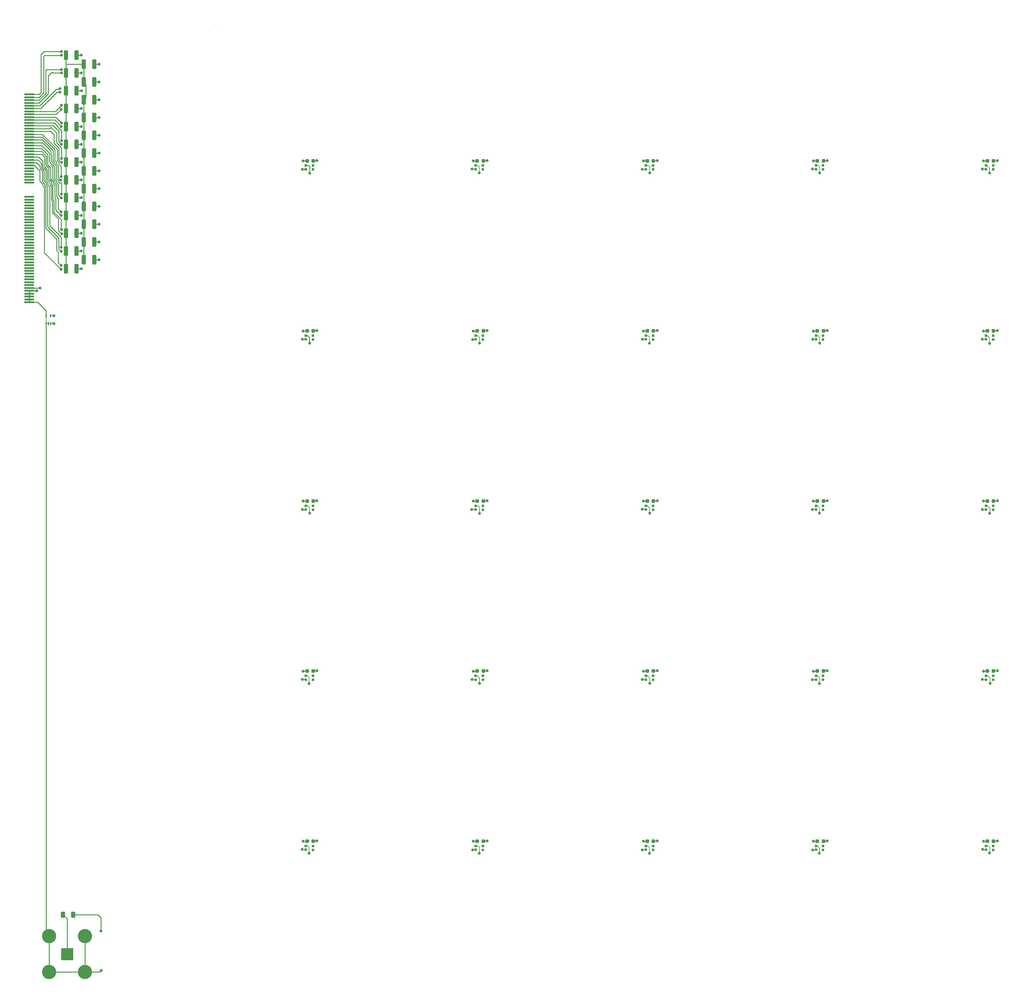
<source format=gbr>
%TF.GenerationSoftware,KiCad,Pcbnew,8.0.2-1*%
%TF.CreationDate,2024-06-03T17:46:58-04:00*%
%TF.ProjectId,Untitled,556e7469-746c-4656-942e-6b696361645f,rev?*%
%TF.SameCoordinates,Original*%
%TF.FileFunction,Copper,L1,Top*%
%TF.FilePolarity,Positive*%
%FSLAX46Y46*%
G04 Gerber Fmt 4.6, Leading zero omitted, Abs format (unit mm)*
G04 Created by KiCad (PCBNEW 8.0.2-1) date 2024-06-03 17:46:58*
%MOMM*%
%LPD*%
G01*
G04 APERTURE LIST*
G04 Aperture macros list*
%AMRoundRect*
0 Rectangle with rounded corners*
0 $1 Rounding radius*
0 $2 $3 $4 $5 $6 $7 $8 $9 X,Y pos of 4 corners*
0 Add a 4 corners polygon primitive as box body*
4,1,4,$2,$3,$4,$5,$6,$7,$8,$9,$2,$3,0*
0 Add four circle primitives for the rounded corners*
1,1,$1+$1,$2,$3*
1,1,$1+$1,$4,$5*
1,1,$1+$1,$6,$7*
1,1,$1+$1,$8,$9*
0 Add four rect primitives between the rounded corners*
20,1,$1+$1,$2,$3,$4,$5,0*
20,1,$1+$1,$4,$5,$6,$7,0*
20,1,$1+$1,$6,$7,$8,$9,0*
20,1,$1+$1,$8,$9,$2,$3,0*%
G04 Aperture macros list end*
%TA.AperFunction,SMDPad,CuDef*%
%ADD10RoundRect,0.237500X-0.287500X-0.237500X0.287500X-0.237500X0.287500X0.237500X-0.287500X0.237500X0*%
%TD*%
%TA.AperFunction,SMDPad,CuDef*%
%ADD11R,0.700000X0.700000*%
%TD*%
%TA.AperFunction,SMDPad,CuDef*%
%ADD12RoundRect,0.250000X-0.325000X-1.100000X0.325000X-1.100000X0.325000X1.100000X-0.325000X1.100000X0*%
%TD*%
%TA.AperFunction,ComponentPad*%
%ADD13R,3.500000X3.500000*%
%TD*%
%TA.AperFunction,ComponentPad*%
%ADD14C,4.000000*%
%TD*%
%TA.AperFunction,ConnectorPad*%
%ADD15R,2.800000X0.550000*%
%TD*%
%TA.AperFunction,SMDPad,CuDef*%
%ADD16RoundRect,0.250000X-0.312500X-0.625000X0.312500X-0.625000X0.312500X0.625000X-0.312500X0.625000X0*%
%TD*%
%TA.AperFunction,SMDPad,CuDef*%
%ADD17RoundRect,0.087500X-0.087500X-0.337500X0.087500X-0.337500X0.087500X0.337500X-0.087500X0.337500X0*%
%TD*%
%TA.AperFunction,ViaPad*%
%ADD18C,0.800000*%
%TD*%
%TA.AperFunction,Conductor*%
%ADD19C,0.250000*%
%TD*%
%TA.AperFunction,Conductor*%
%ADD20C,0.200000*%
%TD*%
G04 APERTURE END LIST*
D10*
%TO.P,REF\u002A\u002A21,1*%
%TO.N,N/C*%
X178275000Y-285665000D03*
D11*
X179902500Y-287000000D03*
%TO.P,REF\u002A\u002A21,2*%
X177877500Y-287000000D03*
D10*
X180025000Y-285665000D03*
D11*
%TO.P,REF\u002A\u002A21,3*%
X177877500Y-288050000D03*
%TO.P,REF\u002A\u002A21,4*%
X179902500Y-288100000D03*
%TD*%
D12*
%TO.P,10 nF,1*%
%TO.N,N/C*%
X62725000Y-89800000D03*
%TO.P,10 nF,2*%
X65675000Y-89800000D03*
%TD*%
%TO.P,10 nF,1*%
%TO.N,N/C*%
X62725000Y-104800000D03*
%TO.P,10 nF,2*%
X65675000Y-104800000D03*
%TD*%
D10*
%TO.P,REF\u002A\u002A20,1*%
%TO.N,N/C*%
X130475000Y-285665000D03*
D11*
X132102500Y-287000000D03*
%TO.P,REF\u002A\u002A20,2*%
X130077500Y-287000000D03*
D10*
X132225000Y-285665000D03*
D11*
%TO.P,REF\u002A\u002A20,3*%
X130077500Y-288050000D03*
%TO.P,REF\u002A\u002A20,4*%
X132102500Y-288100000D03*
%TD*%
D12*
%TO.P,10 nF,1*%
%TO.N,N/C*%
X62725000Y-109800000D03*
%TO.P,10 nF,2*%
X65675000Y-109800000D03*
%TD*%
%TO.P,10 nF,1*%
%TO.N,N/C*%
X62725000Y-99800000D03*
%TO.P,10 nF,2*%
X65675000Y-99800000D03*
%TD*%
%TO.P,10 nF,1*%
%TO.N,N/C*%
X62725000Y-124800000D03*
%TO.P,10 nF,2*%
X65675000Y-124800000D03*
%TD*%
D10*
%TO.P,REF\u002A\u002A5,1*%
%TO.N,N/C*%
X130475000Y-142265000D03*
D11*
X132102500Y-143600000D03*
%TO.P,REF\u002A\u002A5,2*%
X130077500Y-143600000D03*
D10*
X132225000Y-142265000D03*
D11*
%TO.P,REF\u002A\u002A5,3*%
X130077500Y-144650000D03*
%TO.P,REF\u002A\u002A5,4*%
X132102500Y-144700000D03*
%TD*%
D10*
%TO.P,REF\u002A\u002A3,1*%
%TO.N,N/C*%
X273875000Y-94465000D03*
D11*
X275502500Y-95800000D03*
%TO.P,REF\u002A\u002A3,2*%
X273477500Y-95800000D03*
D10*
X275625000Y-94465000D03*
D11*
%TO.P,REF\u002A\u002A3,3*%
X273477500Y-96850000D03*
%TO.P,REF\u002A\u002A3,4*%
X275502500Y-96900000D03*
%TD*%
D10*
%TO.P,REF\u002A\u002A4,1*%
%TO.N,N/C*%
X321675000Y-94465000D03*
D11*
X323302500Y-95800000D03*
%TO.P,REF\u002A\u002A4,2*%
X321277500Y-95800000D03*
D10*
X323425000Y-94465000D03*
D11*
%TO.P,REF\u002A\u002A4,3*%
X321277500Y-96850000D03*
%TO.P,REF\u002A\u002A4,4*%
X323302500Y-96900000D03*
%TD*%
D13*
%TO.P,LEDs,1*%
%TO.N,N/C*%
X63000000Y-317400000D03*
D14*
%TO.P,LEDs,2*%
X57975000Y-322425000D03*
X68025000Y-322425000D03*
X57975000Y-312375000D03*
X68025000Y-312375000D03*
%TD*%
D12*
%TO.P,10 nF,1*%
%TO.N,N/C*%
X67725000Y-102300000D03*
%TO.P,10 nF,2*%
X70675000Y-102300000D03*
%TD*%
%TO.P,10 nF,1*%
%TO.N,N/C*%
X67725000Y-122300000D03*
%TO.P,10 nF,2*%
X70675000Y-122300000D03*
%TD*%
D10*
%TO.P,REF\u002A\u002A2,1*%
%TO.N,N/C*%
X226075000Y-94465000D03*
D11*
X227702500Y-95800000D03*
%TO.P,REF\u002A\u002A2,2*%
X225677500Y-95800000D03*
D10*
X227825000Y-94465000D03*
D11*
%TO.P,REF\u002A\u002A2,3*%
X225677500Y-96850000D03*
%TO.P,REF\u002A\u002A2,4*%
X227702500Y-96900000D03*
%TD*%
D12*
%TO.P,10 nF,1*%
%TO.N,N/C*%
X62725000Y-119800000D03*
%TO.P,10 nF,2*%
X65675000Y-119800000D03*
%TD*%
D10*
%TO.P,REF\u002A\u002A19,1*%
%TO.N,N/C*%
X321675000Y-237865000D03*
D11*
X323302500Y-239200000D03*
%TO.P,REF\u002A\u002A19,2*%
X321277500Y-239200000D03*
D10*
X323425000Y-237865000D03*
D11*
%TO.P,REF\u002A\u002A19,3*%
X321277500Y-240250000D03*
%TO.P,REF\u002A\u002A19,4*%
X323302500Y-240300000D03*
%TD*%
D15*
%TO.P,REF\u002A\u002A,1*%
%TO.N,N/C*%
X52400000Y-75800000D03*
%TO.P,REF\u002A\u002A,3*%
X52400000Y-76600000D03*
%TO.P,REF\u002A\u002A,5*%
X52400000Y-77400000D03*
%TO.P,REF\u002A\u002A,7*%
X52400000Y-78200000D03*
%TO.P,REF\u002A\u002A,9*%
X52400000Y-79000000D03*
%TO.P,REF\u002A\u002A,11*%
X52400000Y-79800000D03*
%TO.P,REF\u002A\u002A,13*%
X52400000Y-80600000D03*
%TO.P,REF\u002A\u002A,15*%
X52400000Y-81400000D03*
%TO.P,REF\u002A\u002A,17*%
X52400000Y-82200000D03*
%TO.P,REF\u002A\u002A,19*%
X52400000Y-83000000D03*
%TO.P,REF\u002A\u002A,21*%
X52400000Y-83800000D03*
%TO.P,REF\u002A\u002A,23*%
X52400000Y-84600000D03*
%TO.P,REF\u002A\u002A,25*%
X52400000Y-85400000D03*
%TO.P,REF\u002A\u002A,27*%
X52400000Y-86200000D03*
%TO.P,REF\u002A\u002A,29*%
X52400000Y-87000000D03*
%TO.P,REF\u002A\u002A,31*%
X52400000Y-87800000D03*
%TO.P,REF\u002A\u002A,33*%
X52400000Y-88600000D03*
%TO.P,REF\u002A\u002A,35*%
X52400000Y-89400000D03*
%TO.P,REF\u002A\u002A,37*%
X52400000Y-90200000D03*
%TO.P,REF\u002A\u002A,39*%
X52400000Y-91000000D03*
%TO.P,REF\u002A\u002A,41*%
X52400000Y-91800000D03*
%TO.P,REF\u002A\u002A,43*%
X52400000Y-92600000D03*
%TO.P,REF\u002A\u002A,45*%
X52400000Y-93400000D03*
%TO.P,REF\u002A\u002A,47*%
X52400000Y-94200000D03*
%TO.P,REF\u002A\u002A,49*%
X52400000Y-95000000D03*
%TO.P,REF\u002A\u002A,51*%
X52400000Y-95800000D03*
%TO.P,REF\u002A\u002A,53*%
X52400000Y-96600000D03*
%TO.P,REF\u002A\u002A,55*%
X52400000Y-97400000D03*
%TO.P,REF\u002A\u002A,57*%
X52400000Y-98200000D03*
%TO.P,REF\u002A\u002A,59*%
X52400000Y-99000000D03*
%TO.P,REF\u002A\u002A,61*%
X52400000Y-99800000D03*
%TO.P,REF\u002A\u002A,63*%
X52400000Y-100600000D03*
%TO.P,REF\u002A\u002A,65*%
X52400000Y-104600000D03*
%TO.P,REF\u002A\u002A,67*%
X52400000Y-105400000D03*
%TO.P,REF\u002A\u002A,69*%
X52400000Y-106200000D03*
%TO.P,REF\u002A\u002A,71*%
X52400000Y-107000000D03*
%TO.P,REF\u002A\u002A,73*%
X52400000Y-107800000D03*
%TO.P,REF\u002A\u002A,75*%
X52400000Y-108600000D03*
%TO.P,REF\u002A\u002A,77*%
X52400000Y-109400000D03*
%TO.P,REF\u002A\u002A,79*%
X52400000Y-110200000D03*
%TO.P,REF\u002A\u002A,81*%
X52400000Y-111000000D03*
%TO.P,REF\u002A\u002A,83*%
X52400000Y-111800000D03*
%TO.P,REF\u002A\u002A,85*%
X52400000Y-112600000D03*
%TO.P,REF\u002A\u002A,87*%
X52400000Y-113400000D03*
%TO.P,REF\u002A\u002A,89*%
X52400000Y-114200000D03*
%TO.P,REF\u002A\u002A,91*%
X52400000Y-115000000D03*
%TO.P,REF\u002A\u002A,93*%
X52400000Y-115800000D03*
%TO.P,REF\u002A\u002A,95*%
X52400000Y-116600000D03*
%TO.P,REF\u002A\u002A,97*%
X52400000Y-117400000D03*
%TO.P,REF\u002A\u002A,99*%
X52400000Y-118200000D03*
%TO.P,REF\u002A\u002A,101*%
X52400000Y-119000000D03*
%TO.P,REF\u002A\u002A,103*%
X52400000Y-119800000D03*
%TO.P,REF\u002A\u002A,105*%
X52400000Y-120600000D03*
%TO.P,REF\u002A\u002A,107*%
X52400000Y-121400000D03*
%TO.P,REF\u002A\u002A,109*%
X52400000Y-122200000D03*
%TO.P,REF\u002A\u002A,111*%
X52400000Y-123000000D03*
%TO.P,REF\u002A\u002A,113*%
X52400000Y-123800000D03*
%TO.P,REF\u002A\u002A,115*%
X52400000Y-124600000D03*
%TO.P,REF\u002A\u002A,117*%
X52400000Y-125400000D03*
%TO.P,REF\u002A\u002A,119*%
X52400000Y-126200000D03*
%TO.P,REF\u002A\u002A,121*%
X52400000Y-127000000D03*
%TO.P,REF\u002A\u002A,123*%
X52400000Y-127800000D03*
%TO.P,REF\u002A\u002A,125*%
X52400000Y-128600000D03*
%TO.P,REF\u002A\u002A,127*%
X52400000Y-129400000D03*
%TO.P,REF\u002A\u002A,129*%
X52400000Y-130200000D03*
%TO.P,REF\u002A\u002A,131*%
X52400000Y-131000000D03*
%TO.P,REF\u002A\u002A,133*%
X52400000Y-131800000D03*
%TO.P,REF\u002A\u002A,135*%
X52400000Y-132600000D03*
%TO.P,REF\u002A\u002A,137*%
X52400000Y-133400000D03*
%TO.P,REF\u002A\u002A,139*%
X52400000Y-134200000D03*
%TD*%
D10*
%TO.P,REF\u002A\u002A7,1*%
%TO.N,N/C*%
X226075000Y-142265000D03*
D11*
X227702500Y-143600000D03*
%TO.P,REF\u002A\u002A7,2*%
X225677500Y-143600000D03*
D10*
X227825000Y-142265000D03*
D11*
%TO.P,REF\u002A\u002A7,3*%
X225677500Y-144650000D03*
%TO.P,REF\u002A\u002A7,4*%
X227702500Y-144700000D03*
%TD*%
D12*
%TO.P,10 nF,1*%
%TO.N,N/C*%
X67725000Y-72300000D03*
%TO.P,10 nF,2*%
X70675000Y-72300000D03*
%TD*%
%TO.P,10 nF,1*%
%TO.N,N/C*%
X67725000Y-82300000D03*
%TO.P,10 nF,2*%
X70675000Y-82300000D03*
%TD*%
%TO.P,10 nF,1*%
%TO.N,N/C*%
X67725000Y-107300000D03*
%TO.P,10 nF,2*%
X70675000Y-107300000D03*
%TD*%
%TO.P,10 nF,1*%
%TO.N,N/C*%
X67725000Y-117300000D03*
%TO.P,10 nF,2*%
X70675000Y-117300000D03*
%TD*%
D10*
%TO.P,REF\u002A\u002A8,1*%
%TO.N,N/C*%
X273875000Y-142265000D03*
D11*
X275502500Y-143600000D03*
%TO.P,REF\u002A\u002A8,2*%
X273477500Y-143600000D03*
D10*
X275625000Y-142265000D03*
D11*
%TO.P,REF\u002A\u002A8,3*%
X273477500Y-144650000D03*
%TO.P,REF\u002A\u002A8,4*%
X275502500Y-144700000D03*
%TD*%
D12*
%TO.P,10 nF,1*%
%TO.N,N/C*%
X67725000Y-92300000D03*
%TO.P,10 nF,2*%
X70675000Y-92300000D03*
%TD*%
D10*
%TO.P,REF\u002A\u002A14,1*%
%TO.N,N/C*%
X321675000Y-190065000D03*
D11*
X323302500Y-191400000D03*
%TO.P,REF\u002A\u002A14,2*%
X321277500Y-191400000D03*
D10*
X323425000Y-190065000D03*
D11*
%TO.P,REF\u002A\u002A14,3*%
X321277500Y-192450000D03*
%TO.P,REF\u002A\u002A14,4*%
X323302500Y-192500000D03*
%TD*%
D10*
%TO.P,REF\u002A\u002A23,1*%
%TO.N,N/C*%
X273875000Y-285665000D03*
D11*
X275502500Y-287000000D03*
%TO.P,REF\u002A\u002A23,2*%
X273477500Y-287000000D03*
D10*
X275625000Y-285665000D03*
D11*
%TO.P,REF\u002A\u002A23,3*%
X273477500Y-288050000D03*
%TO.P,REF\u002A\u002A23,4*%
X275502500Y-288100000D03*
%TD*%
D10*
%TO.P,REF\u002A\u002A24,1*%
%TO.N,N/C*%
X321675000Y-285665000D03*
D11*
X323302500Y-287000000D03*
%TO.P,REF\u002A\u002A24,2*%
X321277500Y-287000000D03*
D10*
X323425000Y-285665000D03*
D11*
%TO.P,REF\u002A\u002A24,3*%
X321277500Y-288050000D03*
%TO.P,REF\u002A\u002A24,4*%
X323302500Y-288100000D03*
%TD*%
D10*
%TO.P,REF\u002A\u002A16,1*%
%TO.N,N/C*%
X178275000Y-237865000D03*
D11*
X179902500Y-239200000D03*
%TO.P,REF\u002A\u002A16,2*%
X177877500Y-239200000D03*
D10*
X180025000Y-237865000D03*
D11*
%TO.P,REF\u002A\u002A16,3*%
X177877500Y-240250000D03*
%TO.P,REF\u002A\u002A16,4*%
X179902500Y-240300000D03*
%TD*%
D12*
%TO.P,10 nF,1*%
%TO.N,N/C*%
X62725000Y-84800000D03*
%TO.P,10 nF,2*%
X65675000Y-84800000D03*
%TD*%
D10*
%TO.P,REF\u002A\u002A10,1*%
%TO.N,N/C*%
X130475000Y-190065000D03*
D11*
X132102500Y-191400000D03*
%TO.P,REF\u002A\u002A10,2*%
X130077500Y-191400000D03*
D10*
X132225000Y-190065000D03*
D11*
%TO.P,REF\u002A\u002A10,3*%
X130077500Y-192450000D03*
%TO.P,REF\u002A\u002A10,4*%
X132102500Y-192500000D03*
%TD*%
D10*
%TO.P,REF\u002A\u002A6,1*%
%TO.N,N/C*%
X178275000Y-142265000D03*
D11*
X179902500Y-143600000D03*
%TO.P,REF\u002A\u002A6,2*%
X177877500Y-143600000D03*
D10*
X180025000Y-142265000D03*
D11*
%TO.P,REF\u002A\u002A6,3*%
X177877500Y-144650000D03*
%TO.P,REF\u002A\u002A6,4*%
X179902500Y-144700000D03*
%TD*%
D12*
%TO.P,10 nF,1*%
%TO.N,N/C*%
X67725000Y-87300000D03*
%TO.P,10 nF,2*%
X70675000Y-87300000D03*
%TD*%
D10*
%TO.P,REF\u002A\u002A17,1*%
%TO.N,N/C*%
X226075000Y-237865000D03*
D11*
X227702500Y-239200000D03*
%TO.P,REF\u002A\u002A17,2*%
X225677500Y-239200000D03*
D10*
X227825000Y-237865000D03*
D11*
%TO.P,REF\u002A\u002A17,3*%
X225677500Y-240250000D03*
%TO.P,REF\u002A\u002A17,4*%
X227702500Y-240300000D03*
%TD*%
D12*
%TO.P,10 nF,1*%
%TO.N,N/C*%
X62725000Y-69800000D03*
%TO.P,10 nF,2*%
X65675000Y-69800000D03*
%TD*%
%TO.P,10 nF,1*%
%TO.N,N/C*%
X62725000Y-114800000D03*
%TO.P,10 nF,2*%
X65675000Y-114800000D03*
%TD*%
%TO.P,10 nF,1*%
%TO.N,N/C*%
X67725000Y-77300000D03*
%TO.P,10 nF,2*%
X70675000Y-77300000D03*
%TD*%
%TO.P,10 nF,1*%
%TO.N,N/C*%
X67725000Y-97300000D03*
%TO.P,10 nF,2*%
X70675000Y-97300000D03*
%TD*%
D10*
%TO.P,REF\u002A\u002A12,1*%
%TO.N,N/C*%
X226075000Y-190065000D03*
D11*
X227702500Y-191400000D03*
%TO.P,REF\u002A\u002A12,2*%
X225677500Y-191400000D03*
D10*
X227825000Y-190065000D03*
D11*
%TO.P,REF\u002A\u002A12,3*%
X225677500Y-192450000D03*
%TO.P,REF\u002A\u002A12,4*%
X227702500Y-192500000D03*
%TD*%
D12*
%TO.P,10 nF,1*%
%TO.N,N/C*%
X62725000Y-64800000D03*
%TO.P,10 nF,2*%
X65675000Y-64800000D03*
%TD*%
D10*
%TO.P,REF\u002A\u002A22,1*%
%TO.N,N/C*%
X226075000Y-285665000D03*
D11*
X227702500Y-287000000D03*
%TO.P,REF\u002A\u002A22,2*%
X225677500Y-287000000D03*
D10*
X227825000Y-285665000D03*
D11*
%TO.P,REF\u002A\u002A22,3*%
X225677500Y-288050000D03*
%TO.P,REF\u002A\u002A22,4*%
X227702500Y-288100000D03*
%TD*%
D12*
%TO.P,10 nF,1*%
%TO.N,N/C*%
X62725000Y-79800000D03*
%TO.P,10 nF,2*%
X65675000Y-79800000D03*
%TD*%
%TO.P,10 nF,1*%
%TO.N,N/C*%
X67725000Y-112300000D03*
%TO.P,10 nF,2*%
X70675000Y-112300000D03*
%TD*%
%TO.P,10 nF,1*%
%TO.N,N/C*%
X67725000Y-67300000D03*
%TO.P,10 nF,2*%
X70675000Y-67300000D03*
%TD*%
D10*
%TO.P,REF\u002A\u002A15,1*%
%TO.N,N/C*%
X130475000Y-237865000D03*
D11*
X132102500Y-239200000D03*
%TO.P,REF\u002A\u002A15,2*%
X130077500Y-239200000D03*
D10*
X132225000Y-237865000D03*
D11*
%TO.P,REF\u002A\u002A15,3*%
X130077500Y-240250000D03*
%TO.P,REF\u002A\u002A15,4*%
X132102500Y-240300000D03*
%TD*%
D12*
%TO.P,10 nF,1*%
%TO.N,N/C*%
X62725000Y-74800000D03*
%TO.P,10 nF,2*%
X65675000Y-74800000D03*
%TD*%
D16*
%TO.P,50 \u03A9,1*%
%TO.N,N/C*%
X61837500Y-306300000D03*
%TO.P,50 \u03A9,2*%
X64762500Y-306300000D03*
%TD*%
D12*
%TO.P,10 nF,1*%
%TO.N,N/C*%
X62725000Y-94800000D03*
%TO.P,10 nF,2*%
X65675000Y-94800000D03*
%TD*%
D10*
%TO.P,REF\u002A\u002A9,1*%
%TO.N,N/C*%
X321675000Y-142265000D03*
D11*
X323302500Y-143600000D03*
%TO.P,REF\u002A\u002A9,2*%
X321277500Y-143600000D03*
D10*
X323425000Y-142265000D03*
D11*
%TO.P,REF\u002A\u002A9,3*%
X321277500Y-144650000D03*
%TO.P,REF\u002A\u002A9,4*%
X323302500Y-144700000D03*
%TD*%
D10*
%TO.P,REF\u002A\u002A13,1*%
%TO.N,N/C*%
X273875000Y-190065000D03*
D11*
X275502500Y-191400000D03*
%TO.P,REF\u002A\u002A13,2*%
X273477500Y-191400000D03*
D10*
X275625000Y-190065000D03*
D11*
%TO.P,REF\u002A\u002A13,3*%
X273477500Y-192450000D03*
%TO.P,REF\u002A\u002A13,4*%
X275502500Y-192500000D03*
%TD*%
D17*
%TO.P,Temp1,1*%
%TO.N,N/C*%
X57100000Y-140200000D03*
%TO.P,Temp1,2*%
X57750000Y-140200000D03*
%TO.P,Temp1,3*%
X58400000Y-140200000D03*
%TO.P,Temp1,4*%
X58400000Y-138000000D03*
%TO.P,Temp1,5*%
X57100000Y-138000000D03*
%TD*%
D10*
%TO.P,REF\u002A\u002A1,1*%
%TO.N,N/C*%
X178275000Y-94465000D03*
D11*
X179902500Y-95800000D03*
%TO.P,REF\u002A\u002A1,2*%
X177877500Y-95800000D03*
D10*
X180025000Y-94465000D03*
D11*
%TO.P,REF\u002A\u002A1,3*%
X177877500Y-96850000D03*
%TO.P,REF\u002A\u002A1,4*%
X179902500Y-96900000D03*
%TD*%
D10*
%TO.P,REF\u002A\u002A18,1*%
%TO.N,N/C*%
X273875000Y-237865000D03*
D11*
X275502500Y-239200000D03*
%TO.P,REF\u002A\u002A18,2*%
X273477500Y-239200000D03*
D10*
X275625000Y-237865000D03*
D11*
%TO.P,REF\u002A\u002A18,3*%
X273477500Y-240250000D03*
%TO.P,REF\u002A\u002A18,4*%
X275502500Y-240300000D03*
%TD*%
D10*
%TO.P,REF\u002A\u002A,1*%
%TO.N,N/C*%
X130475000Y-94465000D03*
D11*
X132102500Y-95800000D03*
%TO.P,REF\u002A\u002A,2*%
X130077500Y-95800000D03*
D10*
X132225000Y-94465000D03*
D11*
%TO.P,REF\u002A\u002A,3*%
X130077500Y-96850000D03*
%TO.P,REF\u002A\u002A,4*%
X132102500Y-96900000D03*
%TD*%
D10*
%TO.P,REF\u002A\u002A11,1*%
%TO.N,N/C*%
X178275000Y-190065000D03*
D11*
X179902500Y-191400000D03*
%TO.P,REF\u002A\u002A11,2*%
X177877500Y-191400000D03*
D10*
X180025000Y-190065000D03*
D11*
%TO.P,REF\u002A\u002A11,3*%
X177877500Y-192450000D03*
%TO.P,REF\u002A\u002A11,4*%
X179902500Y-192500000D03*
%TD*%
D18*
%TO.N,*%
X67000000Y-119800000D03*
X178860000Y-289090000D03*
X59300000Y-140200000D03*
X67000000Y-89800000D03*
X272560000Y-144590000D03*
X276660000Y-142190000D03*
X178960000Y-193590000D03*
X228860000Y-237790000D03*
X324460000Y-94390000D03*
X177160000Y-190090000D03*
X228860000Y-94390000D03*
X129160000Y-192490000D03*
X224760000Y-144590000D03*
X67000000Y-114800000D03*
X226660000Y-289090000D03*
X67000000Y-69800000D03*
X129160000Y-240190000D03*
X320560000Y-285690000D03*
X129360000Y-237890000D03*
X272460000Y-192490000D03*
X320360000Y-287990000D03*
X133260000Y-189990000D03*
X178860000Y-97890000D03*
X224960000Y-142290000D03*
X61300000Y-123900000D03*
X72500000Y-310900000D03*
X178960000Y-145690000D03*
X129360000Y-190090000D03*
X61400000Y-63800000D03*
X129360000Y-285690000D03*
X72000000Y-112300000D03*
X72000000Y-122300000D03*
X72000000Y-102300000D03*
X272760000Y-142290000D03*
X322260000Y-288990000D03*
X67000000Y-94800000D03*
X67000000Y-99800000D03*
X129160000Y-96890000D03*
X177160000Y-142290000D03*
X176960000Y-288090000D03*
X224660000Y-288090000D03*
X129160000Y-144590000D03*
X224960000Y-237890000D03*
X272760000Y-237890000D03*
X176860000Y-96790000D03*
X131160000Y-145690000D03*
X131160000Y-193490000D03*
X177160000Y-94490000D03*
X133260000Y-94390000D03*
X226760000Y-193490000D03*
X224960000Y-94490000D03*
X324460000Y-285590000D03*
X61400000Y-88800000D03*
X320560000Y-190090000D03*
X61400000Y-64800000D03*
X272460000Y-96790000D03*
X54500000Y-131000000D03*
X177160000Y-285690000D03*
X322260000Y-193590000D03*
X67000000Y-109800000D03*
X61300000Y-80000000D03*
X131160000Y-97990000D03*
X324460000Y-237790000D03*
X272760000Y-190090000D03*
X181060000Y-285590000D03*
X133260000Y-285590000D03*
X67100000Y-74800000D03*
X72000000Y-87300000D03*
X61400000Y-94900000D03*
X61300000Y-108800000D03*
X131060000Y-289090000D03*
X226660000Y-145690000D03*
X61300000Y-118800000D03*
X320260000Y-240190000D03*
X274460000Y-289090000D03*
X276660000Y-285590000D03*
X61300000Y-125000000D03*
X272460000Y-240290000D03*
X224660000Y-240190000D03*
X176860000Y-240190000D03*
X224660000Y-192390000D03*
X61300000Y-119900000D03*
X72000000Y-117300000D03*
X61300000Y-98900000D03*
X72600000Y-322000000D03*
X228860000Y-142190000D03*
X176960000Y-144690000D03*
X320560000Y-94490000D03*
X178960000Y-241290000D03*
X320260000Y-96790000D03*
X324460000Y-142190000D03*
X181060000Y-237790000D03*
X72000000Y-67300000D03*
X181060000Y-94390000D03*
X177160000Y-237890000D03*
X61200000Y-99900000D03*
X61400000Y-89800000D03*
X322260000Y-97890000D03*
X226760000Y-97890000D03*
X129060000Y-287990000D03*
X72000000Y-92300000D03*
X133260000Y-142190000D03*
X67000000Y-64800000D03*
X67000000Y-104800000D03*
X176760000Y-192490000D03*
X324460000Y-189990000D03*
X72000000Y-77300000D03*
X61300000Y-109800000D03*
X61400000Y-69800000D03*
X274560000Y-97890000D03*
X129360000Y-142290000D03*
X276660000Y-94390000D03*
X276660000Y-237790000D03*
X61000000Y-74200000D03*
X61000000Y-75200000D03*
X322460000Y-241290000D03*
X61400000Y-78800000D03*
X61400000Y-93800000D03*
X59300000Y-138000000D03*
X72000000Y-97300000D03*
X61400000Y-103800000D03*
X131060000Y-241390000D03*
X181060000Y-189990000D03*
X181060000Y-142190000D03*
X61400000Y-104900000D03*
X320560000Y-142290000D03*
X272760000Y-94490000D03*
X228860000Y-285590000D03*
X133260000Y-237790000D03*
X61400000Y-83800000D03*
X67000000Y-84800000D03*
X274460000Y-241390000D03*
X224960000Y-285690000D03*
X226760000Y-241290000D03*
X276660000Y-189990000D03*
X72000000Y-72300000D03*
X61500000Y-115000000D03*
X129360000Y-94490000D03*
X61400000Y-68800000D03*
X67000000Y-124800000D03*
X272560000Y-288090000D03*
X228860000Y-189990000D03*
X320260000Y-192490000D03*
X272760000Y-285690000D03*
X55400000Y-130200000D03*
X274460000Y-193490000D03*
X224960000Y-190090000D03*
X72000000Y-82300000D03*
X61400000Y-113800000D03*
X72000000Y-107300000D03*
X67000000Y-79800000D03*
X224660000Y-96890000D03*
X320260000Y-144590000D03*
X322260000Y-145790000D03*
X320560000Y-237890000D03*
X274560000Y-145690000D03*
X61300000Y-84800000D03*
%TD*%
D19*
%TO.N,*%
X68025000Y-322425000D02*
X68025000Y-312375000D01*
X57975000Y-322425000D02*
X68025000Y-322425000D01*
X57975000Y-312375000D02*
X57975000Y-322425000D01*
X56000000Y-90300000D02*
X55600000Y-90300000D01*
X60100000Y-119700000D02*
X60100000Y-116500000D01*
D20*
X225677500Y-288050000D02*
X224700000Y-288050000D01*
D19*
X61400000Y-78800000D02*
X61500000Y-78800000D01*
X61400000Y-93800000D02*
X61400000Y-91100000D01*
D20*
X225617500Y-192390000D02*
X225677500Y-192450000D01*
X176920000Y-240250000D02*
X176860000Y-240190000D01*
D19*
X58200000Y-85400000D02*
X52400000Y-85400000D01*
X55700000Y-75300000D02*
X55200000Y-75800000D01*
X65675000Y-119800000D02*
X67000000Y-119800000D01*
D20*
X178570000Y-191400000D02*
X178960000Y-191790000D01*
D19*
X61300000Y-109800000D02*
X59800000Y-108300000D01*
X60800000Y-74300000D02*
X60900000Y-74200000D01*
X57000000Y-75600000D02*
X55200000Y-77400000D01*
D20*
X57100000Y-138950000D02*
X57100000Y-140000000D01*
D19*
X61400000Y-91100000D02*
X61350000Y-91050000D01*
X57100000Y-311500000D02*
X57975000Y-312375000D01*
X60400000Y-85000000D02*
X61400000Y-86000000D01*
X60800000Y-100700000D02*
X61400000Y-100700000D01*
D20*
X275625000Y-237865000D02*
X276585000Y-237865000D01*
D19*
X68300000Y-72875000D02*
X67725000Y-72300000D01*
X57500000Y-101800000D02*
X57200000Y-101500000D01*
X55800000Y-96500000D02*
X55800000Y-95200000D01*
X60500000Y-108000000D02*
X60500000Y-105000000D01*
D20*
X321217500Y-96790000D02*
X321277500Y-96850000D01*
D19*
X57700000Y-70600000D02*
X58700000Y-69600000D01*
X56500000Y-63800000D02*
X55700000Y-64600000D01*
D20*
X320260000Y-144590000D02*
X321217500Y-144590000D01*
X322260000Y-144290000D02*
X322260000Y-145790000D01*
D19*
X60900000Y-75100000D02*
X61000000Y-75200000D01*
X61300000Y-80100000D02*
X61300000Y-80000000D01*
D20*
X224660000Y-96890000D02*
X225637500Y-96890000D01*
D19*
X59400000Y-83800000D02*
X60400000Y-84800000D01*
X58500000Y-91700000D02*
X58500000Y-92700000D01*
X272760000Y-237890000D02*
X273850000Y-237890000D01*
X62825000Y-67300000D02*
X62725000Y-67200000D01*
X72000000Y-82300000D02*
X72100000Y-82300000D01*
X72000000Y-97300000D02*
X72100000Y-97300000D01*
X70675000Y-102300000D02*
X72000000Y-102300000D01*
X61350000Y-91050000D02*
X61350000Y-90700000D01*
D20*
X178470000Y-95800000D02*
X178860000Y-96190000D01*
D19*
X131130000Y-144090000D02*
X131130000Y-145660000D01*
D20*
X274560000Y-144090000D02*
X274560000Y-145690000D01*
X272560000Y-288090000D02*
X273437500Y-288090000D01*
X226470000Y-95800000D02*
X226760000Y-96090000D01*
X130077500Y-287000000D02*
X130770000Y-287000000D01*
X178960000Y-287390000D02*
X178960000Y-288990000D01*
D19*
X60050000Y-89400000D02*
X60050000Y-86650000D01*
D20*
X180025000Y-142265000D02*
X180985000Y-142265000D01*
X130770000Y-287000000D02*
X131060000Y-287290000D01*
D19*
X60000000Y-95950000D02*
X60000000Y-99400000D01*
D20*
X130037500Y-192490000D02*
X130077500Y-192450000D01*
X321237500Y-192490000D02*
X321277500Y-192450000D01*
D19*
X177160000Y-94490000D02*
X178250000Y-94490000D01*
X60600000Y-110800000D02*
X58850000Y-109050000D01*
X52400000Y-82200000D02*
X59800000Y-82200000D01*
D20*
X225677500Y-240250000D02*
X224720000Y-240250000D01*
X274560000Y-239890000D02*
X274560000Y-241290000D01*
D19*
X58050000Y-94800000D02*
X58050000Y-92350000D01*
X63000000Y-307462500D02*
X61837500Y-306300000D01*
D20*
X225677500Y-143600000D02*
X226270000Y-143600000D01*
X130570000Y-191400000D02*
X130077500Y-191400000D01*
X226760000Y-192090000D02*
X226760000Y-193490000D01*
D19*
X52400000Y-78200000D02*
X55100000Y-78200000D01*
X61300000Y-64900000D02*
X61400000Y-64800000D01*
X70675000Y-77300000D02*
X72000000Y-77300000D01*
X61300000Y-115900000D02*
X61300000Y-118800000D01*
X65675000Y-124800000D02*
X67000000Y-124800000D01*
D20*
X132225000Y-142265000D02*
X133185000Y-142265000D01*
D19*
X60700000Y-116200000D02*
X57500000Y-113000000D01*
X59575000Y-100225000D02*
X58950000Y-99600000D01*
X55300000Y-97300000D02*
X53800000Y-95800000D01*
D20*
X321277500Y-95800000D02*
X321570000Y-95800000D01*
X227825000Y-142265000D02*
X228785000Y-142265000D01*
X129160000Y-192490000D02*
X130037500Y-192490000D01*
X273870000Y-287000000D02*
X274560000Y-287690000D01*
D19*
X55300000Y-79000000D02*
X60000000Y-74300000D01*
X61300000Y-125000000D02*
X56600000Y-120300000D01*
X62725000Y-67200000D02*
X62725000Y-69800000D01*
X61350000Y-90700000D02*
X60050000Y-89400000D01*
X60000000Y-74300000D02*
X60800000Y-74300000D01*
X54751777Y-134200000D02*
X57100000Y-136548223D01*
X59150000Y-100350000D02*
X58400000Y-99600000D01*
X70675000Y-67300000D02*
X72000000Y-67300000D01*
D20*
X274560000Y-288990000D02*
X274460000Y-289090000D01*
D19*
X58600000Y-105400000D02*
X58600000Y-101650000D01*
X55000000Y-93400000D02*
X56200000Y-94600000D01*
X59050000Y-94400000D02*
X59475000Y-94825000D01*
X72000000Y-122300000D02*
X72100000Y-122300000D01*
X61300000Y-80000000D02*
X61400000Y-80000000D01*
X61400000Y-80000000D02*
X61300000Y-80100000D01*
X57550000Y-92750000D02*
X55800000Y-91000000D01*
D20*
X322360000Y-288890000D02*
X322260000Y-288990000D01*
D19*
X61500000Y-101500000D02*
X61400000Y-101600000D01*
X272760000Y-142290000D02*
X273850000Y-142290000D01*
D20*
X321277500Y-239200000D02*
X321770000Y-239200000D01*
X130017500Y-144590000D02*
X130077500Y-144650000D01*
D19*
X65675000Y-94800000D02*
X67000000Y-94800000D01*
X65675000Y-114800000D02*
X67000000Y-114800000D01*
X55400000Y-130200000D02*
X55500000Y-130200000D01*
D20*
X321277500Y-143600000D02*
X321570000Y-143600000D01*
X58400000Y-137950000D02*
X59000000Y-137950000D01*
X226760000Y-239890000D02*
X226760000Y-241290000D01*
D19*
X55100000Y-78200000D02*
X57700000Y-75600000D01*
D20*
X132225000Y-285665000D02*
X133185000Y-285665000D01*
D19*
X60100000Y-100700000D02*
X60100000Y-100100000D01*
X59800000Y-105200000D02*
X59550000Y-104950000D01*
X67000000Y-64800000D02*
X67100000Y-64800000D01*
X60050000Y-104550000D02*
X60050000Y-101300000D01*
X57650000Y-101350000D02*
X58100000Y-101800000D01*
D20*
X226170000Y-287000000D02*
X226660000Y-287490000D01*
D19*
X70675000Y-107300000D02*
X72000000Y-107300000D01*
X72000000Y-102300000D02*
X72100000Y-102300000D01*
X52400000Y-131000000D02*
X54500000Y-131000000D01*
X65675000Y-89800000D02*
X67000000Y-89800000D01*
D20*
X178570000Y-287000000D02*
X178960000Y-287390000D01*
X274070000Y-143600000D02*
X274560000Y-144090000D01*
D19*
X60500000Y-95800000D02*
X60000000Y-95300000D01*
X60700000Y-94200000D02*
X60700000Y-90850000D01*
X59050000Y-91550000D02*
X59050000Y-94400000D01*
X70675000Y-82300000D02*
X72000000Y-82300000D01*
D20*
X275625000Y-285665000D02*
X276585000Y-285665000D01*
D19*
X61400000Y-94900000D02*
X60700000Y-94200000D01*
X61400000Y-78900000D02*
X61400000Y-78800000D01*
X67000000Y-109800000D02*
X67100000Y-109800000D01*
X130077500Y-143600000D02*
X130640000Y-143600000D01*
X320560000Y-237890000D02*
X321650000Y-237890000D01*
X62725000Y-64800000D02*
X62725000Y-67200000D01*
X60700000Y-95300000D02*
X61300000Y-95900000D01*
X63000000Y-317400000D02*
X63000000Y-307462500D01*
X57450000Y-99800000D02*
X57450000Y-96950000D01*
X59350000Y-108950000D02*
X59350000Y-105650000D01*
X57550000Y-95600000D02*
X57550000Y-92750000D01*
X62825000Y-72300000D02*
X62725000Y-72200000D01*
X62725000Y-74800000D02*
X62725000Y-72200000D01*
X67000000Y-104800000D02*
X67100000Y-104800000D01*
D20*
X180025000Y-94465000D02*
X180985000Y-94465000D01*
D19*
X57100000Y-136548223D02*
X57100000Y-138000000D01*
X224960000Y-190090000D02*
X226050000Y-190090000D01*
X59550000Y-104950000D02*
X59550000Y-101450000D01*
X52400000Y-133400000D02*
X52400000Y-132600000D01*
X58550000Y-105450000D02*
X58600000Y-105400000D01*
D20*
X130017500Y-287990000D02*
X130077500Y-288050000D01*
D19*
X62725000Y-77400000D02*
X62725000Y-79800000D01*
X67000000Y-84800000D02*
X67100000Y-84800000D01*
X60000000Y-95300000D02*
X60000000Y-94700000D01*
X67725000Y-67300000D02*
X62825000Y-67300000D01*
X58600000Y-100300000D02*
X57850000Y-99550000D01*
X129360000Y-142290000D02*
X130450000Y-142290000D01*
X52400000Y-83800000D02*
X56400000Y-83800000D01*
X272760000Y-94490000D02*
X273850000Y-94490000D01*
X60700000Y-90850000D02*
X59350000Y-89500000D01*
D20*
X227825000Y-94465000D02*
X228785000Y-94465000D01*
X273870000Y-239200000D02*
X274560000Y-239890000D01*
D19*
X60500000Y-123100000D02*
X60500000Y-120100000D01*
D20*
X274560000Y-241290000D02*
X274460000Y-241390000D01*
X180025000Y-237865000D02*
X180985000Y-237865000D01*
X321570000Y-143600000D02*
X322260000Y-144290000D01*
X225677500Y-287000000D02*
X226170000Y-287000000D01*
D19*
X61300000Y-110900000D02*
X59350000Y-108950000D01*
D20*
X275625000Y-190065000D02*
X276585000Y-190065000D01*
X178960000Y-191790000D02*
X178960000Y-193590000D01*
D19*
X72000000Y-72300000D02*
X72100000Y-72300000D01*
X55800000Y-91800000D02*
X52400000Y-91800000D01*
X60700000Y-94800000D02*
X60700000Y-95300000D01*
X224960000Y-237890000D02*
X226050000Y-237890000D01*
X59075000Y-95075000D02*
X59075000Y-95725000D01*
D20*
X177837500Y-192490000D02*
X177877500Y-192450000D01*
X272500000Y-240250000D02*
X272460000Y-240290000D01*
D19*
X72500000Y-307137500D02*
X71662500Y-306300000D01*
X60100000Y-100700000D02*
X60600000Y-101200000D01*
X59550000Y-101450000D02*
X59150000Y-101050000D01*
X59350000Y-89500000D02*
X59350000Y-87150000D01*
X60600000Y-101200000D02*
X60600000Y-104100000D01*
X60700000Y-86400000D02*
X60700000Y-89100000D01*
X58175000Y-100525000D02*
X57450000Y-99800000D01*
X65675000Y-109800000D02*
X67000000Y-109800000D01*
D20*
X177877500Y-143600000D02*
X178470000Y-143600000D01*
X176860000Y-96790000D02*
X177817500Y-96790000D01*
D19*
X56100000Y-97400000D02*
X55400000Y-96700000D01*
X59600000Y-91300000D02*
X56100000Y-87800000D01*
D20*
X180025000Y-190065000D02*
X180985000Y-190065000D01*
D19*
X129360000Y-237890000D02*
X130450000Y-237890000D01*
X61500000Y-78800000D02*
X61500000Y-78800000D01*
X60275000Y-75100000D02*
X60900000Y-75100000D01*
X65675000Y-84800000D02*
X67000000Y-84800000D01*
D20*
X273437500Y-288090000D02*
X273477500Y-288050000D01*
D19*
X56600000Y-64900000D02*
X61300000Y-64900000D01*
X56200000Y-101500000D02*
X56200000Y-101100000D01*
D20*
X58400000Y-140150000D02*
X59000000Y-140150000D01*
D19*
X56200000Y-96300000D02*
X57000000Y-97100000D01*
X57100000Y-93100000D02*
X55800000Y-91800000D01*
D20*
X178470000Y-143600000D02*
X178960000Y-144090000D01*
D19*
X58100000Y-101800000D02*
X58100000Y-112700000D01*
X52400000Y-83000000D02*
X59600000Y-83000000D01*
D20*
X226070000Y-191400000D02*
X226760000Y-192090000D01*
D19*
X72000000Y-117300000D02*
X72100000Y-117300000D01*
X56100000Y-89300000D02*
X58500000Y-91700000D01*
X57500000Y-113000000D02*
X57500000Y-101800000D01*
X60200000Y-94300000D02*
X60700000Y-94800000D01*
D20*
X130077500Y-239200000D02*
X130670000Y-239200000D01*
X225677500Y-95800000D02*
X226470000Y-95800000D01*
D19*
X61400000Y-63800000D02*
X56500000Y-63800000D01*
X55200000Y-76600000D02*
X56400000Y-75400000D01*
X60900000Y-74200000D02*
X61000000Y-74200000D01*
X58300000Y-86100000D02*
X58000000Y-86100000D01*
D20*
X178960000Y-239790000D02*
X178960000Y-241290000D01*
D19*
X57650000Y-100650000D02*
X57650000Y-101350000D01*
X52400000Y-130200000D02*
X55400000Y-130200000D01*
X130450000Y-94490000D02*
X130475000Y-94465000D01*
X272760000Y-285690000D02*
X273850000Y-285690000D01*
X61400000Y-86000000D02*
X61400000Y-88800000D01*
X320560000Y-190090000D02*
X321650000Y-190090000D01*
X61400000Y-84800000D02*
X61400000Y-84800000D01*
X61200000Y-99900000D02*
X60500000Y-99200000D01*
X55700000Y-64600000D02*
X55700000Y-75300000D01*
X129160000Y-96890000D02*
X130037500Y-96890000D01*
X58175000Y-101225000D02*
X58175000Y-100525000D01*
X54400000Y-95000000D02*
X52400000Y-95000000D01*
X58400000Y-99600000D02*
X58400000Y-96450000D01*
X53800000Y-95800000D02*
X52400000Y-95800000D01*
X72000000Y-77300000D02*
X72100000Y-77300000D01*
X60100000Y-116500000D02*
X57000000Y-113400000D01*
X58500000Y-85100000D02*
X58200000Y-85400000D01*
D20*
X273477500Y-192450000D02*
X272500000Y-192450000D01*
D19*
X65675000Y-99800000D02*
X67000000Y-99800000D01*
X56000000Y-88500000D02*
X59050000Y-91550000D01*
X70675000Y-112300000D02*
X72000000Y-112300000D01*
X58600000Y-95300000D02*
X58100000Y-94800000D01*
X55800000Y-91000000D02*
X52400000Y-91000000D01*
D20*
X131160000Y-191990000D02*
X130570000Y-191400000D01*
D19*
X61300000Y-123900000D02*
X60500000Y-123100000D01*
X55600000Y-90300000D02*
X55500000Y-90200000D01*
D20*
X129060000Y-287990000D02*
X130017500Y-287990000D01*
D19*
X60700000Y-119300000D02*
X60700000Y-116200000D01*
D20*
X226270000Y-143600000D02*
X226660000Y-143990000D01*
X322460000Y-193390000D02*
X322260000Y-193590000D01*
X130670000Y-239200000D02*
X131060000Y-239590000D01*
D19*
X56100000Y-87800000D02*
X52400000Y-87800000D01*
X61500000Y-100800000D02*
X61500000Y-101500000D01*
D20*
X177877500Y-191400000D02*
X178570000Y-191400000D01*
D19*
X59600000Y-94300000D02*
X59600000Y-91300000D01*
X55900000Y-88600000D02*
X56000000Y-88500000D01*
D20*
X225677500Y-239200000D02*
X226070000Y-239200000D01*
D19*
X59350000Y-105650000D02*
X58950000Y-105250000D01*
X52400000Y-131800000D02*
X52400000Y-132600000D01*
D20*
X177877500Y-239200000D02*
X178370000Y-239200000D01*
X321770000Y-239200000D02*
X322460000Y-239890000D01*
D19*
X58850000Y-109050000D02*
X58850000Y-105750000D01*
X59475000Y-94825000D02*
X59475000Y-95425000D01*
D20*
X225677500Y-191400000D02*
X226070000Y-191400000D01*
D19*
X65675000Y-69800000D02*
X67000000Y-69800000D01*
X52400000Y-131000000D02*
X52400000Y-131800000D01*
X71662500Y-306300000D02*
X64762500Y-306300000D01*
X58600000Y-94600000D02*
X59075000Y-95075000D01*
X70675000Y-87300000D02*
X72000000Y-87300000D01*
D20*
X274560000Y-287690000D02*
X274560000Y-288990000D01*
D19*
X224960000Y-94490000D02*
X226050000Y-94490000D01*
X61000000Y-74200000D02*
X61000000Y-74100000D01*
X129360000Y-285690000D02*
X130450000Y-285690000D01*
X67725000Y-77300000D02*
X68300000Y-76725000D01*
X52400000Y-79800000D02*
X55575000Y-79800000D01*
D20*
X131160000Y-193490000D02*
X131160000Y-191990000D01*
D19*
X72000000Y-87300000D02*
X72100000Y-87300000D01*
D20*
X226760000Y-96090000D02*
X226760000Y-97890000D01*
D19*
X61300000Y-95900000D02*
X61300000Y-98900000D01*
D20*
X57750000Y-140150000D02*
X57100000Y-140150000D01*
D19*
X56000000Y-87000000D02*
X60200000Y-91200000D01*
X58500000Y-92700000D02*
X58550000Y-92750000D01*
X131160000Y-97990000D02*
X131160000Y-96090000D01*
X57850000Y-96550000D02*
X57100000Y-95800000D01*
X55300000Y-100200000D02*
X55300000Y-97300000D01*
D20*
X274560000Y-96190000D02*
X274560000Y-97890000D01*
X273970000Y-191400000D02*
X274460000Y-191890000D01*
D19*
X56600000Y-120300000D02*
X56600000Y-101900000D01*
D20*
X224660000Y-192390000D02*
X225617500Y-192390000D01*
X273477500Y-143600000D02*
X274070000Y-143600000D01*
D19*
X60600000Y-114100000D02*
X60600000Y-110800000D01*
D20*
X176960000Y-288090000D02*
X177837500Y-288090000D01*
D19*
X58850000Y-105750000D02*
X58550000Y-105450000D01*
X131160000Y-96090000D02*
X130870000Y-95800000D01*
X62725000Y-82325000D02*
X62725000Y-124800000D01*
X56600000Y-101900000D02*
X56200000Y-101500000D01*
X56500000Y-100100000D02*
X56500000Y-97200000D01*
X61300000Y-119900000D02*
X60700000Y-119300000D01*
D20*
X273477500Y-240250000D02*
X272500000Y-240250000D01*
D19*
X57900000Y-86200000D02*
X52400000Y-86200000D01*
D20*
X177837500Y-288090000D02*
X177877500Y-288050000D01*
X104640000Y-56100000D02*
X104615000Y-56125000D01*
D19*
X56200000Y-101100000D02*
X55300000Y-100200000D01*
X52400000Y-93400000D02*
X55000000Y-93400000D01*
X72175000Y-322425000D02*
X68025000Y-322425000D01*
D20*
X321970000Y-287000000D02*
X322360000Y-287390000D01*
X323425000Y-142265000D02*
X324385000Y-142265000D01*
D19*
X55400000Y-96000000D02*
X54400000Y-95000000D01*
X67000000Y-124800000D02*
X67100000Y-124800000D01*
X60600000Y-104100000D02*
X61400000Y-104900000D01*
X67000000Y-74800000D02*
X67100000Y-74800000D01*
D20*
X131060000Y-287290000D02*
X131060000Y-289090000D01*
X177877500Y-240250000D02*
X176920000Y-240250000D01*
X178960000Y-144090000D02*
X178960000Y-145690000D01*
D19*
X57000000Y-68800000D02*
X57000000Y-75600000D01*
D20*
X132225000Y-94465000D02*
X133185000Y-94465000D01*
D19*
X56400000Y-75400000D02*
X56400000Y-65100000D01*
X224960000Y-285690000D02*
X226050000Y-285690000D01*
D20*
X176960000Y-144690000D02*
X177837500Y-144690000D01*
D19*
X58950000Y-99600000D02*
X58950000Y-96300000D01*
X67725000Y-122300000D02*
X67725000Y-77300000D01*
X57200000Y-100800000D02*
X56500000Y-100100000D01*
X61300000Y-113700000D02*
X61300000Y-110900000D01*
X60500000Y-99200000D02*
X60500000Y-95800000D01*
X70675000Y-117300000D02*
X72000000Y-117300000D01*
X60700000Y-89100000D02*
X61400000Y-89800000D01*
D20*
X273477500Y-191400000D02*
X273970000Y-191400000D01*
D19*
X60500000Y-105000000D02*
X60050000Y-104550000D01*
X68300000Y-76725000D02*
X68300000Y-72875000D01*
X54800000Y-94200000D02*
X52400000Y-94200000D01*
X177160000Y-285690000D02*
X178250000Y-285690000D01*
D20*
X322460000Y-239890000D02*
X322460000Y-241290000D01*
D19*
X52400000Y-89400000D02*
X56000000Y-89400000D01*
X67000000Y-94800000D02*
X67100000Y-94800000D01*
X57450000Y-96950000D02*
X56700000Y-96200000D01*
X177160000Y-190090000D02*
X178250000Y-190090000D01*
X52400000Y-76600000D02*
X55200000Y-76600000D01*
D20*
X322360000Y-287390000D02*
X322360000Y-288890000D01*
D19*
X272760000Y-190090000D02*
X273850000Y-190090000D01*
X58100000Y-112700000D02*
X61300000Y-115900000D01*
X59075000Y-95725000D02*
X59500000Y-96150000D01*
X130640000Y-143600000D02*
X131130000Y-144090000D01*
D20*
X225677500Y-144650000D02*
X224820000Y-144650000D01*
X130017500Y-240190000D02*
X130077500Y-240250000D01*
X323425000Y-94465000D02*
X324385000Y-94465000D01*
X321277500Y-288050000D02*
X320420000Y-288050000D01*
D19*
X58400000Y-96450000D02*
X57550000Y-95600000D01*
X177160000Y-237890000D02*
X178250000Y-237890000D01*
X65675000Y-64800000D02*
X67000000Y-64800000D01*
X62700000Y-82300000D02*
X62700000Y-82100000D01*
D20*
X177877500Y-287000000D02*
X178570000Y-287000000D01*
X275625000Y-142265000D02*
X276585000Y-142265000D01*
X227825000Y-237865000D02*
X228785000Y-237865000D01*
D19*
X67000000Y-89800000D02*
X67100000Y-89800000D01*
X59800000Y-108300000D02*
X59800000Y-105200000D01*
D20*
X273477500Y-95800000D02*
X274170000Y-95800000D01*
D19*
X52400000Y-81400000D02*
X60000000Y-81400000D01*
D20*
X273417500Y-96790000D02*
X273477500Y-96850000D01*
D19*
X130870000Y-95800000D02*
X130077500Y-95800000D01*
X60550000Y-100450000D02*
X60800000Y-100700000D01*
D20*
X321570000Y-95800000D02*
X322260000Y-96490000D01*
D19*
X59150000Y-101050000D02*
X59150000Y-100350000D01*
X65675000Y-74800000D02*
X67000000Y-74800000D01*
X57850000Y-99550000D02*
X57850000Y-96550000D01*
D20*
X224720000Y-240250000D02*
X224660000Y-240190000D01*
X321277500Y-191400000D02*
X321670000Y-191400000D01*
D19*
X61400000Y-101600000D02*
X61400000Y-103800000D01*
X58900000Y-69600000D02*
X59100000Y-69800000D01*
X62725000Y-74800000D02*
X62725000Y-77400000D01*
D20*
X322460000Y-192190000D02*
X322460000Y-193390000D01*
D19*
X129360000Y-190090000D02*
X130450000Y-190090000D01*
X59500000Y-96150000D02*
X59500000Y-99500000D01*
D20*
X178370000Y-239200000D02*
X178960000Y-239790000D01*
D19*
X61400000Y-68800000D02*
X57000000Y-68800000D01*
X55500000Y-90200000D02*
X52400000Y-90200000D01*
X58550000Y-92750000D02*
X58550000Y-94600000D01*
D20*
X320320000Y-240250000D02*
X320260000Y-240190000D01*
X129160000Y-144590000D02*
X130017500Y-144590000D01*
D19*
X72000000Y-67300000D02*
X72100000Y-67300000D01*
D20*
X226070000Y-239200000D02*
X226760000Y-239890000D01*
D19*
X61400000Y-100700000D02*
X61500000Y-100800000D01*
X59600000Y-83000000D02*
X61300000Y-84700000D01*
X55400000Y-96700000D02*
X55400000Y-96000000D01*
X70675000Y-122300000D02*
X72000000Y-122300000D01*
X61300000Y-84700000D02*
X61300000Y-84800000D01*
X320560000Y-142290000D02*
X321650000Y-142290000D01*
D20*
X321217500Y-144590000D02*
X321277500Y-144650000D01*
X132225000Y-190065000D02*
X133185000Y-190065000D01*
D19*
X60000000Y-99400000D02*
X60550000Y-99950000D01*
X58950000Y-96300000D02*
X58600000Y-95950000D01*
X52400000Y-80600000D02*
X59700000Y-80600000D01*
X56000000Y-89400000D02*
X56100000Y-89300000D01*
X55575000Y-79800000D02*
X60275000Y-75100000D01*
X56700000Y-96200000D02*
X56700000Y-93400000D01*
X56800000Y-101100000D02*
X56100000Y-100400000D01*
X60100000Y-100100000D02*
X59500000Y-99500000D01*
X55200000Y-77400000D02*
X52400000Y-77400000D01*
X72000000Y-107300000D02*
X72100000Y-107300000D01*
X67000000Y-79800000D02*
X67100000Y-79800000D01*
D20*
X272460000Y-96790000D02*
X273417500Y-96790000D01*
D19*
X129360000Y-94490000D02*
X130450000Y-94490000D01*
X59800000Y-82200000D02*
X61400000Y-83800000D01*
X320560000Y-94490000D02*
X321650000Y-94490000D01*
X58600000Y-95950000D02*
X58600000Y-95300000D01*
D20*
X321277500Y-240250000D02*
X320320000Y-240250000D01*
D19*
X57000000Y-97100000D02*
X57000000Y-100000000D01*
X56500000Y-97200000D02*
X55800000Y-96500000D01*
D20*
X227825000Y-285665000D02*
X228785000Y-285665000D01*
D19*
X52400000Y-87000000D02*
X56000000Y-87000000D01*
X62700000Y-82300000D02*
X62725000Y-82325000D01*
X58100000Y-94800000D02*
X58050000Y-94800000D01*
D20*
X133185000Y-94465000D02*
X133260000Y-94390000D01*
X178960000Y-288990000D02*
X178860000Y-289090000D01*
D19*
X72000000Y-112300000D02*
X72100000Y-112300000D01*
D20*
X272500000Y-192450000D02*
X272460000Y-192490000D01*
X57100000Y-137800000D02*
X57100000Y-138950000D01*
X225637500Y-96890000D02*
X225677500Y-96850000D01*
D19*
X67000000Y-69800000D02*
X67100000Y-69800000D01*
X57000000Y-100000000D02*
X57650000Y-100650000D01*
D20*
X321277500Y-287000000D02*
X321970000Y-287000000D01*
D19*
X61400000Y-113800000D02*
X61300000Y-113700000D01*
D20*
X320260000Y-192490000D02*
X321237500Y-192490000D01*
D19*
X320560000Y-285690000D02*
X321650000Y-285690000D01*
X67000000Y-119800000D02*
X67100000Y-119800000D01*
X65675000Y-79800000D02*
X67000000Y-79800000D01*
X60500000Y-120100000D02*
X60100000Y-119700000D01*
D20*
X275625000Y-94465000D02*
X276585000Y-94465000D01*
X273477500Y-239200000D02*
X273870000Y-239200000D01*
D19*
X70675000Y-72300000D02*
X72000000Y-72300000D01*
D20*
X176760000Y-192490000D02*
X177837500Y-192490000D01*
X274460000Y-191890000D02*
X274460000Y-193490000D01*
X180025000Y-285665000D02*
X180985000Y-285665000D01*
D19*
X60800000Y-86300000D02*
X60700000Y-86400000D01*
X56400000Y-65100000D02*
X56600000Y-64900000D01*
D20*
X273477500Y-144650000D02*
X272620000Y-144650000D01*
D19*
X59700000Y-80600000D02*
X61400000Y-78900000D01*
X59100000Y-69800000D02*
X61400000Y-69800000D01*
X56700000Y-93400000D02*
X55900000Y-92600000D01*
X55900000Y-92600000D02*
X52400000Y-92600000D01*
X131130000Y-145660000D02*
X131160000Y-145690000D01*
X72600000Y-322000000D02*
X72175000Y-322425000D01*
X67000000Y-99800000D02*
X67100000Y-99800000D01*
D20*
X274170000Y-95800000D02*
X274560000Y-96190000D01*
D19*
X67000000Y-114800000D02*
X67100000Y-114800000D01*
D20*
X322260000Y-96490000D02*
X322260000Y-97890000D01*
D19*
X58600000Y-101650000D02*
X58175000Y-101225000D01*
X61500000Y-115000000D02*
X60600000Y-114100000D01*
X52400000Y-134200000D02*
X54751777Y-134200000D01*
D20*
X227825000Y-190065000D02*
X228785000Y-190065000D01*
D19*
X52400000Y-84600000D02*
X59100000Y-84600000D01*
X57200000Y-101500000D02*
X57200000Y-100800000D01*
X59475000Y-95425000D02*
X60000000Y-95950000D01*
D20*
X178860000Y-96190000D02*
X178860000Y-97890000D01*
D19*
X56800000Y-101650000D02*
X56800000Y-101100000D01*
X57000000Y-113400000D02*
X57000000Y-101850000D01*
D20*
X132225000Y-237865000D02*
X133185000Y-237865000D01*
D19*
X61300000Y-84800000D02*
X61400000Y-84800000D01*
X56100000Y-100400000D02*
X56100000Y-97400000D01*
X62725000Y-72200000D02*
X62725000Y-69800000D01*
X72000000Y-92300000D02*
X72100000Y-92300000D01*
X58700000Y-69600000D02*
X58900000Y-69600000D01*
X61000000Y-74100000D02*
X61000000Y-74100000D01*
X224960000Y-142290000D02*
X226050000Y-142290000D01*
D20*
X177837500Y-144690000D02*
X177877500Y-144650000D01*
X323425000Y-237865000D02*
X324385000Y-237865000D01*
X323425000Y-285665000D02*
X324385000Y-285665000D01*
X224820000Y-144650000D02*
X224760000Y-144590000D01*
D19*
X57700000Y-75600000D02*
X57700000Y-70600000D01*
X55800000Y-95200000D02*
X54800000Y-94200000D01*
X60050000Y-101300000D02*
X59575000Y-100825000D01*
X59575000Y-100825000D02*
X59575000Y-100225000D01*
X56400000Y-83800000D02*
X59400000Y-83800000D01*
X58000000Y-86100000D02*
X57900000Y-86200000D01*
X59350000Y-87150000D02*
X58300000Y-86100000D01*
D20*
X226660000Y-143990000D02*
X226660000Y-145690000D01*
X272620000Y-144650000D02*
X272560000Y-144590000D01*
X273477500Y-287000000D02*
X273870000Y-287000000D01*
D19*
X60000000Y-81400000D02*
X61300000Y-80100000D01*
X58050000Y-92350000D02*
X56000000Y-90300000D01*
X70675000Y-97300000D02*
X72000000Y-97300000D01*
D20*
X321670000Y-191400000D02*
X322460000Y-192190000D01*
D19*
X57100000Y-95800000D02*
X57100000Y-93100000D01*
X58550000Y-94600000D02*
X58600000Y-94600000D01*
X61300000Y-108800000D02*
X60500000Y-108000000D01*
D20*
X177877500Y-95800000D02*
X178470000Y-95800000D01*
D19*
X52400000Y-88600000D02*
X55900000Y-88600000D01*
X60200000Y-91200000D02*
X60200000Y-94300000D01*
X60050000Y-86650000D02*
X58500000Y-85100000D01*
X60550000Y-99950000D02*
X60550000Y-100450000D01*
X70675000Y-92300000D02*
X72000000Y-92300000D01*
X130077500Y-96850000D02*
X129917500Y-96690000D01*
X58950000Y-101500000D02*
X58600000Y-101150000D01*
X65675000Y-104800000D02*
X67000000Y-104800000D01*
X52400000Y-134200000D02*
X52400000Y-133400000D01*
X52400000Y-79000000D02*
X55300000Y-79000000D01*
D20*
X224700000Y-288050000D02*
X224660000Y-288090000D01*
D19*
X58600000Y-101150000D02*
X58600000Y-100300000D01*
X57000000Y-101850000D02*
X56800000Y-101650000D01*
D20*
X226660000Y-287490000D02*
X226660000Y-289090000D01*
X320260000Y-96790000D02*
X321217500Y-96790000D01*
D19*
X56200000Y-94600000D02*
X56200000Y-96300000D01*
X177160000Y-142290000D02*
X178250000Y-142290000D01*
D20*
X177817500Y-96790000D02*
X177877500Y-96850000D01*
D19*
X55200000Y-75800000D02*
X52400000Y-75800000D01*
X60400000Y-84800000D02*
X60400000Y-85000000D01*
X59100000Y-84600000D02*
X60800000Y-86300000D01*
X72500000Y-310900000D02*
X72500000Y-307137500D01*
X57100000Y-140200000D02*
X57100000Y-311500000D01*
X58950000Y-105250000D02*
X58950000Y-101500000D01*
D20*
X131060000Y-239590000D02*
X131060000Y-241390000D01*
D19*
X60000000Y-94700000D02*
X59600000Y-94300000D01*
X62700000Y-82100000D02*
X62725000Y-82075000D01*
D20*
X320420000Y-288050000D02*
X320360000Y-287990000D01*
X129160000Y-240190000D02*
X130017500Y-240190000D01*
D19*
X62725000Y-82075000D02*
X62725000Y-79800000D01*
D20*
X323425000Y-190065000D02*
X324385000Y-190065000D01*
D19*
X67725000Y-72300000D02*
X67725000Y-67300000D01*
%TD*%
M02*

</source>
